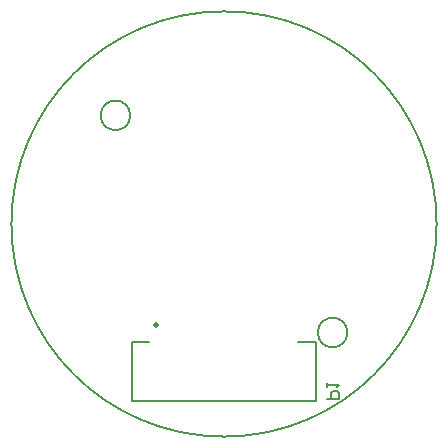
<source format=gbo>
%FSLAX25Y25*%
%MOIN*%
G70*
G01*
G75*
G04 Layer_Color=32896*
%ADD10R,0.02362X0.02362*%
%ADD11R,0.02362X0.02362*%
%ADD12C,0.01142*%
%ADD13C,0.00500*%
%ADD14C,0.00600*%
%ADD15C,0.01200*%
%ADD16C,0.00800*%
%ADD17C,0.00250*%
%ADD18C,0.02756*%
%ADD19O,0.11024X0.07087*%
%ADD20C,0.02000*%
%ADD21C,0.01600*%
%ADD22R,0.01181X0.05906*%
%ADD23R,0.08661X0.12992*%
%ADD24C,0.00984*%
%ADD25C,0.00787*%
%ADD26R,0.03162X0.03162*%
%ADD27R,0.03162X0.03162*%
%ADD28C,0.01942*%
%ADD29C,0.03556*%
%ADD30O,0.11824X0.07887*%
%ADD31R,0.01981X0.06706*%
%ADD32R,0.09461X0.13792*%
%ADD33C,0.01969*%
D13*
X24643Y-39357D02*
X30771D01*
X-30646Y-39400D02*
X-25100D01*
X-30253Y-59042D02*
X30771D01*
X-30646Y-59085D02*
Y-39400D01*
X30771Y-59042D02*
Y-39357D01*
X34350Y-58350D02*
X38349D01*
Y-56351D01*
X37682Y-55684D01*
X36349D01*
X35683Y-56351D01*
Y-58350D01*
X34350Y-54351D02*
Y-53018D01*
Y-53685D01*
X38349D01*
X37682Y-54351D01*
X70866Y0D02*
G03*
X70866Y0I-70866J0D01*
G01*
X-31270Y36191D02*
G03*
X-31270Y36191I-4921J0D01*
G01*
X41111Y-36191D02*
G03*
X41111Y-36191I-4921J0D01*
G01*
D17*
X50235Y50110D02*
G03*
X50235Y50110I-125J0D01*
G01*
X125Y70866D02*
G03*
X125Y70866I-125J0D01*
G01*
X-49985Y50110D02*
G03*
X-49985Y50110I-125J0D01*
G01*
X-70741Y0D02*
G03*
X-70741Y0I-125J0D01*
G01*
X-49985Y-50110D02*
G03*
X-49985Y-50110I-125J0D01*
G01*
X125Y-70866D02*
G03*
X125Y-70866I-125J0D01*
G01*
X50235Y-50110D02*
G03*
X50235Y-50110I-125J0D01*
G01*
X70991Y0D02*
G03*
X70991Y0I-125J0D01*
G01*
D33*
X-22800Y-33800D02*
D03*
M02*

</source>
